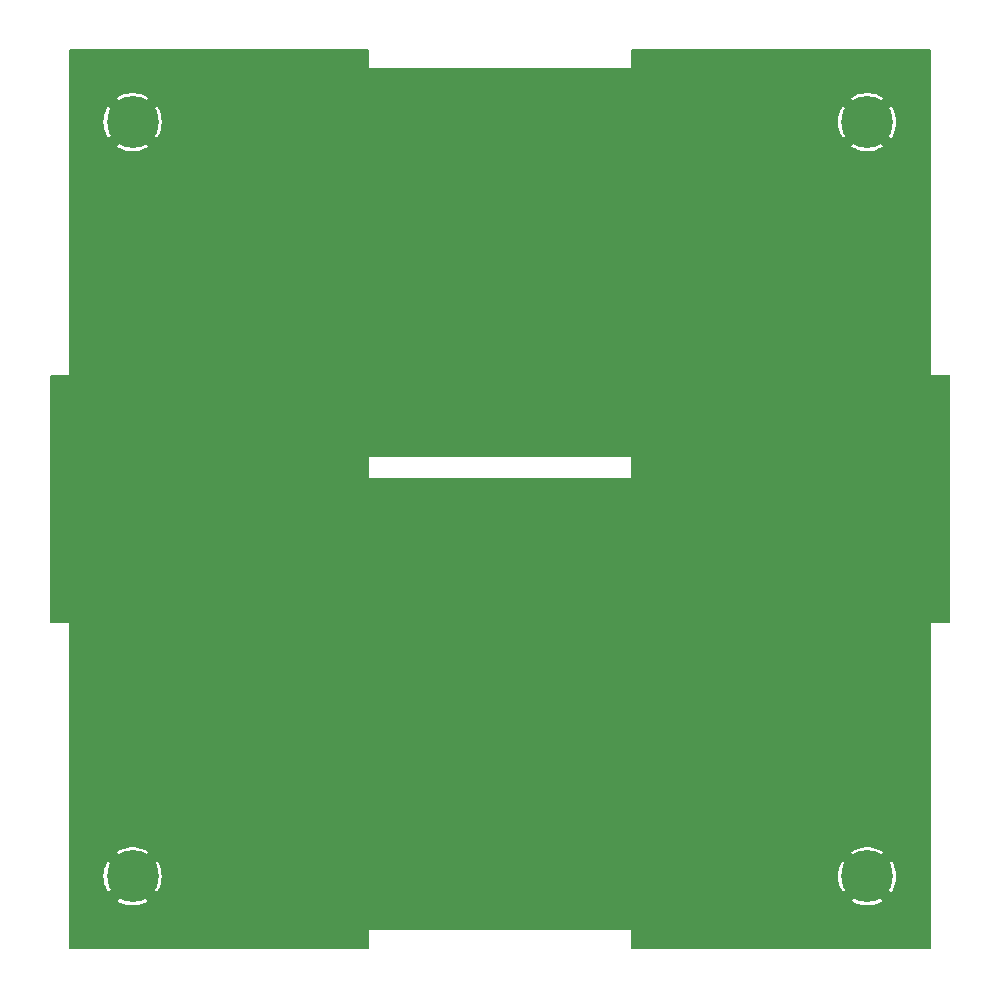
<source format=gbr>
%TF.GenerationSoftware,KiCad,Pcbnew,7.0.5-0*%
%TF.CreationDate,2024-04-21T20:10:05-04:00*%
%TF.ProjectId,swr_meter_right,7377725f-6d65-4746-9572-5f7269676874,rev?*%
%TF.SameCoordinates,Original*%
%TF.FileFunction,Copper,L1,Top*%
%TF.FilePolarity,Positive*%
%FSLAX46Y46*%
G04 Gerber Fmt 4.6, Leading zero omitted, Abs format (unit mm)*
G04 Created by KiCad (PCBNEW 7.0.5-0) date 2024-04-21 20:10:05*
%MOMM*%
%LPD*%
G01*
G04 APERTURE LIST*
%TA.AperFunction,ComponentPad*%
%ADD10C,4.400000*%
%TD*%
G04 APERTURE END LIST*
D10*
%TO.P,H12,1,1*%
%TO.N,GND*%
X105403996Y-93839997D03*
%TD*%
%TO.P,H4,1,1*%
%TO.N,GND*%
X167595996Y-93839997D03*
%TD*%
%TO.P,H11,1,1*%
%TO.N,GND*%
X105403996Y-29969997D03*
%TD*%
%TO.P,H3,1,1*%
%TO.N,GND*%
X167595996Y-29969997D03*
%TD*%
%TA.AperFunction,Conductor*%
%TO.N,GND*%
G36*
X125358025Y-23819712D02*
G01*
X125394570Y-23870012D01*
X125399494Y-23901099D01*
X125399494Y-25380078D01*
X125399418Y-25380461D01*
X125399452Y-25400001D01*
X125399529Y-25400185D01*
X125399611Y-25400385D01*
X125399991Y-25400542D01*
X125399993Y-25400541D01*
X125399994Y-25400542D01*
X125399994Y-25400541D01*
X125419964Y-25400528D01*
X125420100Y-25400501D01*
X147579887Y-25400501D01*
X147580022Y-25400528D01*
X147580023Y-25400528D01*
X147599992Y-25400541D01*
X147599993Y-25400542D01*
X147599993Y-25400541D01*
X147599995Y-25400542D01*
X147600375Y-25400385D01*
X147600375Y-25400384D01*
X147600376Y-25400384D01*
X147600493Y-25400100D01*
X147600534Y-25400001D01*
X147600568Y-25380461D01*
X147600493Y-25380078D01*
X147600493Y-23901099D01*
X147619706Y-23841968D01*
X147670006Y-23805423D01*
X147701093Y-23800499D01*
X172898893Y-23800499D01*
X172958024Y-23819712D01*
X172994569Y-23870012D01*
X172999493Y-23901099D01*
X172999493Y-51380078D01*
X172999417Y-51380461D01*
X172999451Y-51400001D01*
X172999528Y-51400185D01*
X172999610Y-51400385D01*
X172999990Y-51400542D01*
X172999992Y-51400541D01*
X172999993Y-51400542D01*
X172999993Y-51400541D01*
X173019963Y-51400528D01*
X173020099Y-51400501D01*
X174536895Y-51400501D01*
X174596026Y-51419714D01*
X174632571Y-51470014D01*
X174637495Y-51501101D01*
X174637495Y-72298901D01*
X174618282Y-72358032D01*
X174567982Y-72394577D01*
X174536895Y-72399501D01*
X173020099Y-72399501D01*
X173019893Y-72399460D01*
X172999990Y-72399460D01*
X172999872Y-72399509D01*
X172999610Y-72399616D01*
X172999609Y-72399617D01*
X172999451Y-72399998D01*
X172999466Y-72419971D01*
X172999493Y-72420107D01*
X172999493Y-99898900D01*
X172980280Y-99958031D01*
X172929980Y-99994576D01*
X172898893Y-99999500D01*
X147701093Y-99999500D01*
X147641962Y-99980287D01*
X147605417Y-99929987D01*
X147600493Y-99898900D01*
X147600493Y-98420107D01*
X147600519Y-98419971D01*
X147600534Y-98399998D01*
X147600376Y-98399617D01*
X147600113Y-98399509D01*
X147599995Y-98399460D01*
X147580093Y-98399460D01*
X147579887Y-98399501D01*
X125420100Y-98399501D01*
X125419894Y-98399460D01*
X125399991Y-98399460D01*
X125399873Y-98399509D01*
X125399611Y-98399616D01*
X125399610Y-98399617D01*
X125399452Y-98399998D01*
X125399467Y-98419971D01*
X125399493Y-98420107D01*
X125399494Y-99898900D01*
X125380281Y-99958031D01*
X125329981Y-99994576D01*
X125298894Y-99999500D01*
X100101100Y-99999500D01*
X100041969Y-99980287D01*
X100005424Y-99929987D01*
X100000500Y-99898900D01*
X100000500Y-93840004D01*
X102945144Y-93840004D01*
X102964531Y-94148164D01*
X102964534Y-94148184D01*
X103022390Y-94451480D01*
X103022393Y-94451489D01*
X103117813Y-94745164D01*
X103117815Y-94745166D01*
X103249285Y-95024552D01*
X103249294Y-95024567D01*
X103347016Y-95178553D01*
X104352814Y-94172754D01*
X104359766Y-94201408D01*
X104447034Y-94392499D01*
X104568890Y-94563621D01*
X104720928Y-94708589D01*
X104897654Y-94822164D01*
X105070893Y-94891519D01*
X104063229Y-95899183D01*
X104086485Y-95916079D01*
X104357066Y-96064832D01*
X104644168Y-96178503D01*
X104644181Y-96178507D01*
X104943240Y-96255293D01*
X105249600Y-96293996D01*
X105249610Y-96293997D01*
X105558382Y-96293997D01*
X105558391Y-96293996D01*
X105864751Y-96255293D01*
X106163810Y-96178507D01*
X106163823Y-96178503D01*
X106450924Y-96064832D01*
X106450925Y-96064832D01*
X106721505Y-95916079D01*
X106721513Y-95916074D01*
X106744761Y-95899183D01*
X105734863Y-94889284D01*
X105814685Y-94865847D01*
X106001406Y-94769586D01*
X106166536Y-94639726D01*
X106304106Y-94480962D01*
X106409143Y-94299032D01*
X106453446Y-94171026D01*
X107460973Y-95178553D01*
X107460975Y-95178553D01*
X107558698Y-95024567D01*
X107558706Y-95024552D01*
X107690176Y-94745166D01*
X107690178Y-94745164D01*
X107785598Y-94451489D01*
X107785601Y-94451480D01*
X107843457Y-94148184D01*
X107843460Y-94148164D01*
X107862848Y-93840004D01*
X165137144Y-93840004D01*
X165156531Y-94148164D01*
X165156534Y-94148184D01*
X165214390Y-94451480D01*
X165214393Y-94451489D01*
X165309813Y-94745164D01*
X165309815Y-94745166D01*
X165441285Y-95024552D01*
X165441294Y-95024567D01*
X165539016Y-95178553D01*
X166544814Y-94172754D01*
X166551766Y-94201408D01*
X166639034Y-94392499D01*
X166760890Y-94563621D01*
X166912928Y-94708589D01*
X167089654Y-94822164D01*
X167262893Y-94891519D01*
X166255229Y-95899183D01*
X166278485Y-95916079D01*
X166549066Y-96064832D01*
X166836168Y-96178503D01*
X166836181Y-96178507D01*
X167135240Y-96255293D01*
X167441600Y-96293996D01*
X167441610Y-96293997D01*
X167750382Y-96293997D01*
X167750391Y-96293996D01*
X168056751Y-96255293D01*
X168355810Y-96178507D01*
X168355823Y-96178503D01*
X168642924Y-96064832D01*
X168642925Y-96064832D01*
X168913505Y-95916079D01*
X168913513Y-95916074D01*
X168936761Y-95899183D01*
X167926863Y-94889284D01*
X168006685Y-94865847D01*
X168193406Y-94769586D01*
X168358536Y-94639726D01*
X168496106Y-94480962D01*
X168601143Y-94299032D01*
X168645446Y-94171026D01*
X169652973Y-95178553D01*
X169652975Y-95178553D01*
X169750698Y-95024567D01*
X169750706Y-95024552D01*
X169882176Y-94745166D01*
X169882178Y-94745164D01*
X169977598Y-94451489D01*
X169977601Y-94451480D01*
X170035457Y-94148184D01*
X170035460Y-94148164D01*
X170054848Y-93840004D01*
X170054848Y-93839989D01*
X170035460Y-93531829D01*
X170035457Y-93531809D01*
X169977601Y-93228513D01*
X169977598Y-93228504D01*
X169882178Y-92934829D01*
X169882176Y-92934827D01*
X169750706Y-92655441D01*
X169750698Y-92655426D01*
X169652974Y-92501439D01*
X168647176Y-93507235D01*
X168640226Y-93478586D01*
X168552958Y-93287495D01*
X168431102Y-93116373D01*
X168279064Y-92971405D01*
X168102338Y-92857830D01*
X167929095Y-92788474D01*
X168936761Y-91780809D01*
X168913506Y-91763914D01*
X168642925Y-91615161D01*
X168355823Y-91501490D01*
X168355810Y-91501486D01*
X168056751Y-91424700D01*
X167750391Y-91385997D01*
X167441600Y-91385997D01*
X167135240Y-91424700D01*
X166836181Y-91501486D01*
X166836168Y-91501490D01*
X166549067Y-91615161D01*
X166549066Y-91615161D01*
X166278487Y-91763913D01*
X166278474Y-91763921D01*
X166255229Y-91780808D01*
X166255229Y-91780809D01*
X167265129Y-92790709D01*
X167185307Y-92814147D01*
X166998586Y-92910408D01*
X166833456Y-93040268D01*
X166695886Y-93199032D01*
X166590849Y-93380962D01*
X166546545Y-93508967D01*
X165539016Y-92501438D01*
X165441294Y-92655426D01*
X165441285Y-92655441D01*
X165309815Y-92934827D01*
X165309813Y-92934829D01*
X165214393Y-93228504D01*
X165214390Y-93228513D01*
X165156534Y-93531809D01*
X165156531Y-93531829D01*
X165137144Y-93839989D01*
X165137144Y-93840004D01*
X107862848Y-93840004D01*
X107862848Y-93839989D01*
X107843460Y-93531829D01*
X107843457Y-93531809D01*
X107785601Y-93228513D01*
X107785598Y-93228504D01*
X107690178Y-92934829D01*
X107690176Y-92934827D01*
X107558706Y-92655441D01*
X107558698Y-92655426D01*
X107460974Y-92501439D01*
X106455176Y-93507235D01*
X106448226Y-93478586D01*
X106360958Y-93287495D01*
X106239102Y-93116373D01*
X106087064Y-92971405D01*
X105910338Y-92857830D01*
X105737095Y-92788474D01*
X106744761Y-91780809D01*
X106721506Y-91763914D01*
X106450925Y-91615161D01*
X106163823Y-91501490D01*
X106163810Y-91501486D01*
X105864751Y-91424700D01*
X105558391Y-91385997D01*
X105249600Y-91385997D01*
X104943240Y-91424700D01*
X104644181Y-91501486D01*
X104644168Y-91501490D01*
X104357067Y-91615161D01*
X104357066Y-91615161D01*
X104086487Y-91763913D01*
X104086474Y-91763921D01*
X104063229Y-91780808D01*
X104063229Y-91780809D01*
X105073129Y-92790709D01*
X104993307Y-92814147D01*
X104806586Y-92910408D01*
X104641456Y-93040268D01*
X104503886Y-93199032D01*
X104398849Y-93380962D01*
X104354545Y-93508967D01*
X103347016Y-92501438D01*
X103249294Y-92655426D01*
X103249285Y-92655441D01*
X103117815Y-92934827D01*
X103117813Y-92934829D01*
X103022393Y-93228504D01*
X103022390Y-93228513D01*
X102964534Y-93531809D01*
X102964531Y-93531829D01*
X102945144Y-93839989D01*
X102945144Y-93840004D01*
X100000500Y-93840004D01*
X100000500Y-72420107D01*
X100000526Y-72419971D01*
X100000541Y-72399998D01*
X100000383Y-72399617D01*
X100000120Y-72399509D01*
X100000002Y-72399460D01*
X99980100Y-72399460D01*
X99979894Y-72399501D01*
X98501094Y-72399501D01*
X98441963Y-72380288D01*
X98405418Y-72329988D01*
X98400494Y-72298901D01*
X98400494Y-60080457D01*
X125399420Y-60080457D01*
X125399454Y-60099997D01*
X125399531Y-60100181D01*
X125399613Y-60100381D01*
X125399993Y-60100538D01*
X125399995Y-60100537D01*
X125399996Y-60100538D01*
X125399996Y-60100537D01*
X125419966Y-60100524D01*
X125420102Y-60100497D01*
X147579890Y-60100497D01*
X147580025Y-60100524D01*
X147580026Y-60100524D01*
X147599995Y-60100537D01*
X147599996Y-60100538D01*
X147599996Y-60100537D01*
X147599998Y-60100538D01*
X147600378Y-60100381D01*
X147600378Y-60100380D01*
X147600379Y-60100380D01*
X147600496Y-60100096D01*
X147600537Y-60099997D01*
X147600571Y-60080457D01*
X147600496Y-60080074D01*
X147600496Y-58340103D01*
X147600522Y-58339967D01*
X147600537Y-58319994D01*
X147600379Y-58319613D01*
X147600116Y-58319505D01*
X147599998Y-58319456D01*
X147580096Y-58319456D01*
X147579890Y-58319497D01*
X125420102Y-58319497D01*
X125419896Y-58319456D01*
X125399993Y-58319456D01*
X125399875Y-58319505D01*
X125399613Y-58319612D01*
X125399612Y-58319613D01*
X125399454Y-58319994D01*
X125399469Y-58339967D01*
X125399496Y-58340103D01*
X125399496Y-60080074D01*
X125399420Y-60080457D01*
X98400494Y-60080457D01*
X98400494Y-51501101D01*
X98419707Y-51441970D01*
X98470007Y-51405425D01*
X98501094Y-51400501D01*
X99979894Y-51400501D01*
X99980029Y-51400528D01*
X99980030Y-51400528D01*
X99999999Y-51400541D01*
X100000000Y-51400542D01*
X100000000Y-51400541D01*
X100000002Y-51400542D01*
X100000382Y-51400385D01*
X100000382Y-51400384D01*
X100000383Y-51400384D01*
X100000500Y-51400100D01*
X100000541Y-51400001D01*
X100000575Y-51380461D01*
X100000500Y-51380078D01*
X100000500Y-29970004D01*
X102945144Y-29970004D01*
X102964531Y-30278164D01*
X102964534Y-30278184D01*
X103022390Y-30581480D01*
X103022393Y-30581489D01*
X103117813Y-30875164D01*
X103117815Y-30875166D01*
X103249285Y-31154552D01*
X103249294Y-31154567D01*
X103347016Y-31308553D01*
X104352814Y-30302754D01*
X104359766Y-30331408D01*
X104447034Y-30522499D01*
X104568890Y-30693621D01*
X104720928Y-30838589D01*
X104897654Y-30952164D01*
X105070893Y-31021519D01*
X104063229Y-32029183D01*
X104086485Y-32046079D01*
X104357066Y-32194832D01*
X104644168Y-32308503D01*
X104644181Y-32308507D01*
X104943240Y-32385293D01*
X105249600Y-32423996D01*
X105249610Y-32423997D01*
X105558382Y-32423997D01*
X105558391Y-32423996D01*
X105864751Y-32385293D01*
X106163810Y-32308507D01*
X106163823Y-32308503D01*
X106450924Y-32194832D01*
X106450925Y-32194832D01*
X106721505Y-32046079D01*
X106721513Y-32046074D01*
X106744761Y-32029183D01*
X105734863Y-31019284D01*
X105814685Y-30995847D01*
X106001406Y-30899586D01*
X106166536Y-30769726D01*
X106304106Y-30610962D01*
X106409143Y-30429032D01*
X106453446Y-30301026D01*
X107460973Y-31308553D01*
X107460975Y-31308553D01*
X107558698Y-31154567D01*
X107558706Y-31154552D01*
X107690176Y-30875166D01*
X107690178Y-30875164D01*
X107785598Y-30581489D01*
X107785601Y-30581480D01*
X107843457Y-30278184D01*
X107843460Y-30278164D01*
X107862848Y-29970004D01*
X165137144Y-29970004D01*
X165156531Y-30278164D01*
X165156534Y-30278184D01*
X165214390Y-30581480D01*
X165214393Y-30581489D01*
X165309813Y-30875164D01*
X165309815Y-30875166D01*
X165441285Y-31154552D01*
X165441294Y-31154567D01*
X165539016Y-31308553D01*
X166544814Y-30302754D01*
X166551766Y-30331408D01*
X166639034Y-30522499D01*
X166760890Y-30693621D01*
X166912928Y-30838589D01*
X167089654Y-30952164D01*
X167262893Y-31021519D01*
X166255229Y-32029183D01*
X166278485Y-32046079D01*
X166549066Y-32194832D01*
X166836168Y-32308503D01*
X166836181Y-32308507D01*
X167135240Y-32385293D01*
X167441600Y-32423996D01*
X167441610Y-32423997D01*
X167750382Y-32423997D01*
X167750391Y-32423996D01*
X168056751Y-32385293D01*
X168355810Y-32308507D01*
X168355823Y-32308503D01*
X168642924Y-32194832D01*
X168642925Y-32194832D01*
X168913505Y-32046079D01*
X168913513Y-32046074D01*
X168936761Y-32029183D01*
X167926863Y-31019284D01*
X168006685Y-30995847D01*
X168193406Y-30899586D01*
X168358536Y-30769726D01*
X168496106Y-30610962D01*
X168601143Y-30429032D01*
X168645446Y-30301026D01*
X169652973Y-31308553D01*
X169652975Y-31308553D01*
X169750698Y-31154567D01*
X169750706Y-31154552D01*
X169882176Y-30875166D01*
X169882178Y-30875164D01*
X169977598Y-30581489D01*
X169977601Y-30581480D01*
X170035457Y-30278184D01*
X170035460Y-30278164D01*
X170054848Y-29970004D01*
X170054848Y-29969989D01*
X170035460Y-29661829D01*
X170035457Y-29661809D01*
X169977601Y-29358513D01*
X169977598Y-29358504D01*
X169882178Y-29064829D01*
X169882176Y-29064827D01*
X169750706Y-28785441D01*
X169750698Y-28785426D01*
X169652974Y-28631439D01*
X168647176Y-29637235D01*
X168640226Y-29608586D01*
X168552958Y-29417495D01*
X168431102Y-29246373D01*
X168279064Y-29101405D01*
X168102338Y-28987830D01*
X167929095Y-28918474D01*
X168936761Y-27910809D01*
X168913506Y-27893914D01*
X168642925Y-27745161D01*
X168355823Y-27631490D01*
X168355810Y-27631486D01*
X168056751Y-27554700D01*
X167750391Y-27515997D01*
X167441600Y-27515997D01*
X167135240Y-27554700D01*
X166836181Y-27631486D01*
X166836168Y-27631490D01*
X166549067Y-27745161D01*
X166549066Y-27745161D01*
X166278487Y-27893913D01*
X166278474Y-27893921D01*
X166255229Y-27910808D01*
X166255229Y-27910809D01*
X167265129Y-28920709D01*
X167185307Y-28944147D01*
X166998586Y-29040408D01*
X166833456Y-29170268D01*
X166695886Y-29329032D01*
X166590849Y-29510962D01*
X166546545Y-29638967D01*
X165539016Y-28631438D01*
X165441294Y-28785426D01*
X165441285Y-28785441D01*
X165309815Y-29064827D01*
X165309813Y-29064829D01*
X165214393Y-29358504D01*
X165214390Y-29358513D01*
X165156534Y-29661809D01*
X165156531Y-29661829D01*
X165137144Y-29969989D01*
X165137144Y-29970004D01*
X107862848Y-29970004D01*
X107862848Y-29969989D01*
X107843460Y-29661829D01*
X107843457Y-29661809D01*
X107785601Y-29358513D01*
X107785598Y-29358504D01*
X107690178Y-29064829D01*
X107690176Y-29064827D01*
X107558706Y-28785441D01*
X107558698Y-28785426D01*
X107460974Y-28631439D01*
X106455176Y-29637235D01*
X106448226Y-29608586D01*
X106360958Y-29417495D01*
X106239102Y-29246373D01*
X106087064Y-29101405D01*
X105910338Y-28987830D01*
X105737095Y-28918474D01*
X106744761Y-27910809D01*
X106721506Y-27893914D01*
X106450925Y-27745161D01*
X106163823Y-27631490D01*
X106163810Y-27631486D01*
X105864751Y-27554700D01*
X105558391Y-27515997D01*
X105249600Y-27515997D01*
X104943240Y-27554700D01*
X104644181Y-27631486D01*
X104644168Y-27631490D01*
X104357067Y-27745161D01*
X104357066Y-27745161D01*
X104086487Y-27893913D01*
X104086474Y-27893921D01*
X104063229Y-27910808D01*
X104063229Y-27910809D01*
X105073129Y-28920709D01*
X104993307Y-28944147D01*
X104806586Y-29040408D01*
X104641456Y-29170268D01*
X104503886Y-29329032D01*
X104398849Y-29510962D01*
X104354545Y-29638966D01*
X103347016Y-28631438D01*
X103249294Y-28785426D01*
X103249285Y-28785441D01*
X103117815Y-29064827D01*
X103117813Y-29064829D01*
X103022393Y-29358504D01*
X103022390Y-29358513D01*
X102964534Y-29661809D01*
X102964531Y-29661829D01*
X102945144Y-29969989D01*
X102945144Y-29970004D01*
X100000500Y-29970004D01*
X100000500Y-23901099D01*
X100019713Y-23841968D01*
X100070013Y-23805423D01*
X100101100Y-23800499D01*
X125298894Y-23800499D01*
X125358025Y-23819712D01*
G37*
%TD.AperFunction*%
%TD*%
%TA.AperFunction,Conductor*%
%TO.N,GND*%
G36*
X125358025Y-23819712D02*
G01*
X125394570Y-23870012D01*
X125399494Y-23901099D01*
X125399494Y-25380078D01*
X125399418Y-25380461D01*
X125399452Y-25400001D01*
X125399529Y-25400185D01*
X125399611Y-25400385D01*
X125399991Y-25400542D01*
X125399993Y-25400541D01*
X125399994Y-25400542D01*
X125399994Y-25400541D01*
X125419964Y-25400528D01*
X125420100Y-25400501D01*
X147579887Y-25400501D01*
X147580022Y-25400528D01*
X147580023Y-25400528D01*
X147599992Y-25400541D01*
X147599993Y-25400542D01*
X147599993Y-25400541D01*
X147599995Y-25400542D01*
X147600375Y-25400385D01*
X147600375Y-25400384D01*
X147600376Y-25400384D01*
X147600493Y-25400100D01*
X147600534Y-25400001D01*
X147600568Y-25380461D01*
X147600493Y-25380078D01*
X147600493Y-23901099D01*
X147619706Y-23841968D01*
X147670006Y-23805423D01*
X147701093Y-23800499D01*
X172898893Y-23800499D01*
X172958024Y-23819712D01*
X172994569Y-23870012D01*
X172999493Y-23901099D01*
X172999493Y-51380078D01*
X172999417Y-51380461D01*
X172999451Y-51400001D01*
X172999528Y-51400185D01*
X172999610Y-51400385D01*
X172999990Y-51400542D01*
X172999992Y-51400541D01*
X172999993Y-51400542D01*
X172999993Y-51400541D01*
X173019963Y-51400528D01*
X173020099Y-51400501D01*
X174536895Y-51400501D01*
X174596026Y-51419714D01*
X174632571Y-51470014D01*
X174637495Y-51501101D01*
X174637495Y-72298901D01*
X174618282Y-72358032D01*
X174567982Y-72394577D01*
X174536895Y-72399501D01*
X173020099Y-72399501D01*
X173019893Y-72399460D01*
X172999990Y-72399460D01*
X172999872Y-72399509D01*
X172999610Y-72399616D01*
X172999609Y-72399617D01*
X172999451Y-72399998D01*
X172999466Y-72419971D01*
X172999493Y-72420107D01*
X172999493Y-99898900D01*
X172980280Y-99958031D01*
X172929980Y-99994576D01*
X172898893Y-99999500D01*
X147701093Y-99999500D01*
X147641962Y-99980287D01*
X147605417Y-99929987D01*
X147600493Y-99898900D01*
X147600493Y-98420107D01*
X147600519Y-98419971D01*
X147600534Y-98399998D01*
X147600376Y-98399617D01*
X147600113Y-98399509D01*
X147599995Y-98399460D01*
X147580093Y-98399460D01*
X147579887Y-98399501D01*
X125420100Y-98399501D01*
X125419894Y-98399460D01*
X125399991Y-98399460D01*
X125399873Y-98399509D01*
X125399611Y-98399616D01*
X125399610Y-98399617D01*
X125399452Y-98399998D01*
X125399467Y-98419971D01*
X125399493Y-98420107D01*
X125399494Y-99898900D01*
X125380281Y-99958031D01*
X125329981Y-99994576D01*
X125298894Y-99999500D01*
X100101100Y-99999500D01*
X100041969Y-99980287D01*
X100005424Y-99929987D01*
X100000500Y-99898900D01*
X100000500Y-93840004D01*
X102945144Y-93840004D01*
X102964531Y-94148164D01*
X102964534Y-94148184D01*
X103022390Y-94451480D01*
X103022393Y-94451489D01*
X103117813Y-94745164D01*
X103117815Y-94745166D01*
X103249285Y-95024552D01*
X103249294Y-95024567D01*
X103347016Y-95178553D01*
X104352814Y-94172754D01*
X104359766Y-94201408D01*
X104447034Y-94392499D01*
X104568890Y-94563621D01*
X104720928Y-94708589D01*
X104897654Y-94822164D01*
X105070893Y-94891519D01*
X104063229Y-95899183D01*
X104086485Y-95916079D01*
X104357066Y-96064832D01*
X104644168Y-96178503D01*
X104644181Y-96178507D01*
X104943240Y-96255293D01*
X105249600Y-96293996D01*
X105249610Y-96293997D01*
X105558382Y-96293997D01*
X105558391Y-96293996D01*
X105864751Y-96255293D01*
X106163810Y-96178507D01*
X106163823Y-96178503D01*
X106450924Y-96064832D01*
X106450925Y-96064832D01*
X106721505Y-95916079D01*
X106721513Y-95916074D01*
X106744761Y-95899183D01*
X105734863Y-94889284D01*
X105814685Y-94865847D01*
X106001406Y-94769586D01*
X106166536Y-94639726D01*
X106304106Y-94480962D01*
X106409143Y-94299032D01*
X106453446Y-94171026D01*
X107460973Y-95178553D01*
X107460975Y-95178553D01*
X107558698Y-95024567D01*
X107558706Y-95024552D01*
X107690176Y-94745166D01*
X107690178Y-94745164D01*
X107785598Y-94451489D01*
X107785601Y-94451480D01*
X107843457Y-94148184D01*
X107843460Y-94148164D01*
X107862848Y-93840004D01*
X165137144Y-93840004D01*
X165156531Y-94148164D01*
X165156534Y-94148184D01*
X165214390Y-94451480D01*
X165214393Y-94451489D01*
X165309813Y-94745164D01*
X165309815Y-94745166D01*
X165441285Y-95024552D01*
X165441294Y-95024567D01*
X165539016Y-95178553D01*
X166544814Y-94172754D01*
X166551766Y-94201408D01*
X166639034Y-94392499D01*
X166760890Y-94563621D01*
X166912928Y-94708589D01*
X167089654Y-94822164D01*
X167262893Y-94891519D01*
X166255229Y-95899183D01*
X166278485Y-95916079D01*
X166549066Y-96064832D01*
X166836168Y-96178503D01*
X166836181Y-96178507D01*
X167135240Y-96255293D01*
X167441600Y-96293996D01*
X167441610Y-96293997D01*
X167750382Y-96293997D01*
X167750391Y-96293996D01*
X168056751Y-96255293D01*
X168355810Y-96178507D01*
X168355823Y-96178503D01*
X168642924Y-96064832D01*
X168642925Y-96064832D01*
X168913505Y-95916079D01*
X168913513Y-95916074D01*
X168936761Y-95899183D01*
X167926863Y-94889284D01*
X168006685Y-94865847D01*
X168193406Y-94769586D01*
X168358536Y-94639726D01*
X168496106Y-94480962D01*
X168601143Y-94299032D01*
X168645446Y-94171026D01*
X169652973Y-95178553D01*
X169652975Y-95178553D01*
X169750698Y-95024567D01*
X169750706Y-95024552D01*
X169882176Y-94745166D01*
X169882178Y-94745164D01*
X169977598Y-94451489D01*
X169977601Y-94451480D01*
X170035457Y-94148184D01*
X170035460Y-94148164D01*
X170054848Y-93840004D01*
X170054848Y-93839989D01*
X170035460Y-93531829D01*
X170035457Y-93531809D01*
X169977601Y-93228513D01*
X169977598Y-93228504D01*
X169882178Y-92934829D01*
X169882176Y-92934827D01*
X169750706Y-92655441D01*
X169750698Y-92655426D01*
X169652974Y-92501439D01*
X168647176Y-93507235D01*
X168640226Y-93478586D01*
X168552958Y-93287495D01*
X168431102Y-93116373D01*
X168279064Y-92971405D01*
X168102338Y-92857830D01*
X167929095Y-92788474D01*
X168936761Y-91780809D01*
X168913506Y-91763914D01*
X168642925Y-91615161D01*
X168355823Y-91501490D01*
X168355810Y-91501486D01*
X168056751Y-91424700D01*
X167750391Y-91385997D01*
X167441600Y-91385997D01*
X167135240Y-91424700D01*
X166836181Y-91501486D01*
X166836168Y-91501490D01*
X166549067Y-91615161D01*
X166549066Y-91615161D01*
X166278487Y-91763913D01*
X166278474Y-91763921D01*
X166255229Y-91780808D01*
X166255229Y-91780809D01*
X167265129Y-92790709D01*
X167185307Y-92814147D01*
X166998586Y-92910408D01*
X166833456Y-93040268D01*
X166695886Y-93199032D01*
X166590849Y-93380962D01*
X166546545Y-93508967D01*
X165539016Y-92501438D01*
X165441294Y-92655426D01*
X165441285Y-92655441D01*
X165309815Y-92934827D01*
X165309813Y-92934829D01*
X165214393Y-93228504D01*
X165214390Y-93228513D01*
X165156534Y-93531809D01*
X165156531Y-93531829D01*
X165137144Y-93839989D01*
X165137144Y-93840004D01*
X107862848Y-93840004D01*
X107862848Y-93839989D01*
X107843460Y-93531829D01*
X107843457Y-93531809D01*
X107785601Y-93228513D01*
X107785598Y-93228504D01*
X107690178Y-92934829D01*
X107690176Y-92934827D01*
X107558706Y-92655441D01*
X107558698Y-92655426D01*
X107460974Y-92501439D01*
X106455176Y-93507235D01*
X106448226Y-93478586D01*
X106360958Y-93287495D01*
X106239102Y-93116373D01*
X106087064Y-92971405D01*
X105910338Y-92857830D01*
X105737095Y-92788474D01*
X106744761Y-91780809D01*
X106721506Y-91763914D01*
X106450925Y-91615161D01*
X106163823Y-91501490D01*
X106163810Y-91501486D01*
X105864751Y-91424700D01*
X105558391Y-91385997D01*
X105249600Y-91385997D01*
X104943240Y-91424700D01*
X104644181Y-91501486D01*
X104644168Y-91501490D01*
X104357067Y-91615161D01*
X104357066Y-91615161D01*
X104086487Y-91763913D01*
X104086474Y-91763921D01*
X104063229Y-91780808D01*
X104063229Y-91780809D01*
X105073129Y-92790709D01*
X104993307Y-92814147D01*
X104806586Y-92910408D01*
X104641456Y-93040268D01*
X104503886Y-93199032D01*
X104398849Y-93380962D01*
X104354545Y-93508967D01*
X103347016Y-92501438D01*
X103249294Y-92655426D01*
X103249285Y-92655441D01*
X103117815Y-92934827D01*
X103117813Y-92934829D01*
X103022393Y-93228504D01*
X103022390Y-93228513D01*
X102964534Y-93531809D01*
X102964531Y-93531829D01*
X102945144Y-93839989D01*
X102945144Y-93840004D01*
X100000500Y-93840004D01*
X100000500Y-72420107D01*
X100000526Y-72419971D01*
X100000541Y-72399998D01*
X100000383Y-72399617D01*
X100000120Y-72399509D01*
X100000002Y-72399460D01*
X99980100Y-72399460D01*
X99979894Y-72399501D01*
X98501094Y-72399501D01*
X98441963Y-72380288D01*
X98405418Y-72329988D01*
X98400494Y-72298901D01*
X98400494Y-60080457D01*
X125399420Y-60080457D01*
X125399454Y-60099997D01*
X125399531Y-60100181D01*
X125399613Y-60100381D01*
X125399993Y-60100538D01*
X125399995Y-60100537D01*
X125399996Y-60100538D01*
X125399996Y-60100537D01*
X125419966Y-60100524D01*
X125420102Y-60100497D01*
X147579890Y-60100497D01*
X147580025Y-60100524D01*
X147580026Y-60100524D01*
X147599995Y-60100537D01*
X147599996Y-60100538D01*
X147599996Y-60100537D01*
X147599998Y-60100538D01*
X147600378Y-60100381D01*
X147600378Y-60100380D01*
X147600379Y-60100380D01*
X147600496Y-60100096D01*
X147600537Y-60099997D01*
X147600571Y-60080457D01*
X147600496Y-60080074D01*
X147600496Y-58340103D01*
X147600522Y-58339967D01*
X147600537Y-58319994D01*
X147600379Y-58319613D01*
X147600116Y-58319505D01*
X147599998Y-58319456D01*
X147580096Y-58319456D01*
X147579890Y-58319497D01*
X125420102Y-58319497D01*
X125419896Y-58319456D01*
X125399993Y-58319456D01*
X125399875Y-58319505D01*
X125399613Y-58319612D01*
X125399612Y-58319613D01*
X125399454Y-58319994D01*
X125399469Y-58339967D01*
X125399496Y-58340103D01*
X125399496Y-60080074D01*
X125399420Y-60080457D01*
X98400494Y-60080457D01*
X98400494Y-51501101D01*
X98419707Y-51441970D01*
X98470007Y-51405425D01*
X98501094Y-51400501D01*
X99979894Y-51400501D01*
X99980029Y-51400528D01*
X99980030Y-51400528D01*
X99999999Y-51400541D01*
X100000000Y-51400542D01*
X100000000Y-51400541D01*
X100000002Y-51400542D01*
X100000382Y-51400385D01*
X100000382Y-51400384D01*
X100000383Y-51400384D01*
X100000500Y-51400100D01*
X100000541Y-51400001D01*
X100000575Y-51380461D01*
X100000500Y-51380078D01*
X100000500Y-29970004D01*
X102945144Y-29970004D01*
X102964531Y-30278164D01*
X102964534Y-30278184D01*
X103022390Y-30581480D01*
X103022393Y-30581489D01*
X103117813Y-30875164D01*
X103117815Y-30875166D01*
X103249285Y-31154552D01*
X103249294Y-31154567D01*
X103347016Y-31308553D01*
X104352814Y-30302754D01*
X104359766Y-30331408D01*
X104447034Y-30522499D01*
X104568890Y-30693621D01*
X104720928Y-30838589D01*
X104897654Y-30952164D01*
X105070893Y-31021519D01*
X104063229Y-32029183D01*
X104086485Y-32046079D01*
X104357066Y-32194832D01*
X104644168Y-32308503D01*
X104644181Y-32308507D01*
X104943240Y-32385293D01*
X105249600Y-32423996D01*
X105249610Y-32423997D01*
X105558382Y-32423997D01*
X105558391Y-32423996D01*
X105864751Y-32385293D01*
X106163810Y-32308507D01*
X106163823Y-32308503D01*
X106450924Y-32194832D01*
X106450925Y-32194832D01*
X106721505Y-32046079D01*
X106721513Y-32046074D01*
X106744761Y-32029183D01*
X105734863Y-31019284D01*
X105814685Y-30995847D01*
X106001406Y-30899586D01*
X106166536Y-30769726D01*
X106304106Y-30610962D01*
X106409143Y-30429032D01*
X106453446Y-30301026D01*
X107460973Y-31308553D01*
X107460975Y-31308553D01*
X107558698Y-31154567D01*
X107558706Y-31154552D01*
X107690176Y-30875166D01*
X107690178Y-30875164D01*
X107785598Y-30581489D01*
X107785601Y-30581480D01*
X107843457Y-30278184D01*
X107843460Y-30278164D01*
X107862848Y-29970004D01*
X165137144Y-29970004D01*
X165156531Y-30278164D01*
X165156534Y-30278184D01*
X165214390Y-30581480D01*
X165214393Y-30581489D01*
X165309813Y-30875164D01*
X165309815Y-30875166D01*
X165441285Y-31154552D01*
X165441294Y-31154567D01*
X165539016Y-31308553D01*
X166544814Y-30302754D01*
X166551766Y-30331408D01*
X166639034Y-30522499D01*
X166760890Y-30693621D01*
X166912928Y-30838589D01*
X167089654Y-30952164D01*
X167262893Y-31021519D01*
X166255229Y-32029183D01*
X166278485Y-32046079D01*
X166549066Y-32194832D01*
X166836168Y-32308503D01*
X166836181Y-32308507D01*
X167135240Y-32385293D01*
X167441600Y-32423996D01*
X167441610Y-32423997D01*
X167750382Y-32423997D01*
X167750391Y-32423996D01*
X168056751Y-32385293D01*
X168355810Y-32308507D01*
X168355823Y-32308503D01*
X168642924Y-32194832D01*
X168642925Y-32194832D01*
X168913505Y-32046079D01*
X168913513Y-32046074D01*
X168936761Y-32029183D01*
X167926863Y-31019284D01*
X168006685Y-30995847D01*
X168193406Y-30899586D01*
X168358536Y-30769726D01*
X168496106Y-30610962D01*
X168601143Y-30429032D01*
X168645446Y-30301026D01*
X169652973Y-31308553D01*
X169652975Y-31308553D01*
X169750698Y-31154567D01*
X169750706Y-31154552D01*
X169882176Y-30875166D01*
X169882178Y-30875164D01*
X169977598Y-30581489D01*
X169977601Y-30581480D01*
X170035457Y-30278184D01*
X170035460Y-30278164D01*
X170054848Y-29970004D01*
X170054848Y-29969989D01*
X170035460Y-29661829D01*
X170035457Y-29661809D01*
X169977601Y-29358513D01*
X169977598Y-29358504D01*
X169882178Y-29064829D01*
X169882176Y-29064827D01*
X169750706Y-28785441D01*
X169750698Y-28785426D01*
X169652974Y-28631439D01*
X168647176Y-29637235D01*
X168640226Y-29608586D01*
X168552958Y-29417495D01*
X168431102Y-29246373D01*
X168279064Y-29101405D01*
X168102338Y-28987830D01*
X167929095Y-28918474D01*
X168936761Y-27910809D01*
X168913506Y-27893914D01*
X168642925Y-27745161D01*
X168355823Y-27631490D01*
X168355810Y-27631486D01*
X168056751Y-27554700D01*
X167750391Y-27515997D01*
X167441600Y-27515997D01*
X167135240Y-27554700D01*
X166836181Y-27631486D01*
X166836168Y-27631490D01*
X166549067Y-27745161D01*
X166549066Y-27745161D01*
X166278487Y-27893913D01*
X166278474Y-27893921D01*
X166255229Y-27910808D01*
X166255229Y-27910809D01*
X167265129Y-28920709D01*
X167185307Y-28944147D01*
X166998586Y-29040408D01*
X166833456Y-29170268D01*
X166695886Y-29329032D01*
X166590849Y-29510962D01*
X166546545Y-29638967D01*
X165539016Y-28631438D01*
X165441294Y-28785426D01*
X165441285Y-28785441D01*
X165309815Y-29064827D01*
X165309813Y-29064829D01*
X165214393Y-29358504D01*
X165214390Y-29358513D01*
X165156534Y-29661809D01*
X165156531Y-29661829D01*
X165137144Y-29969989D01*
X165137144Y-29970004D01*
X107862848Y-29970004D01*
X107862848Y-29969989D01*
X107843460Y-29661829D01*
X107843457Y-29661809D01*
X107785601Y-29358513D01*
X107785598Y-29358504D01*
X107690178Y-29064829D01*
X107690176Y-29064827D01*
X107558706Y-28785441D01*
X107558698Y-28785426D01*
X107460974Y-28631439D01*
X106455176Y-29637235D01*
X106448226Y-29608586D01*
X106360958Y-29417495D01*
X106239102Y-29246373D01*
X106087064Y-29101405D01*
X105910338Y-28987830D01*
X105737095Y-28918474D01*
X106744761Y-27910809D01*
X106721506Y-27893914D01*
X106450925Y-27745161D01*
X106163823Y-27631490D01*
X106163810Y-27631486D01*
X105864751Y-27554700D01*
X105558391Y-27515997D01*
X105249600Y-27515997D01*
X104943240Y-27554700D01*
X104644181Y-27631486D01*
X104644168Y-27631490D01*
X104357067Y-27745161D01*
X104357066Y-27745161D01*
X104086487Y-27893913D01*
X104086474Y-27893921D01*
X104063229Y-27910808D01*
X104063229Y-27910809D01*
X105073129Y-28920709D01*
X104993307Y-28944147D01*
X104806586Y-29040408D01*
X104641456Y-29170268D01*
X104503886Y-29329032D01*
X104398849Y-29510962D01*
X104354545Y-29638966D01*
X103347016Y-28631438D01*
X103249294Y-28785426D01*
X103249285Y-28785441D01*
X103117815Y-29064827D01*
X103117813Y-29064829D01*
X103022393Y-29358504D01*
X103022390Y-29358513D01*
X102964534Y-29661809D01*
X102964531Y-29661829D01*
X102945144Y-29969989D01*
X102945144Y-29970004D01*
X100000500Y-29970004D01*
X100000500Y-23901099D01*
X100019713Y-23841968D01*
X100070013Y-23805423D01*
X100101100Y-23800499D01*
X125298894Y-23800499D01*
X125358025Y-23819712D01*
G37*
%TD.AperFunction*%
%TD*%
M02*

</source>
